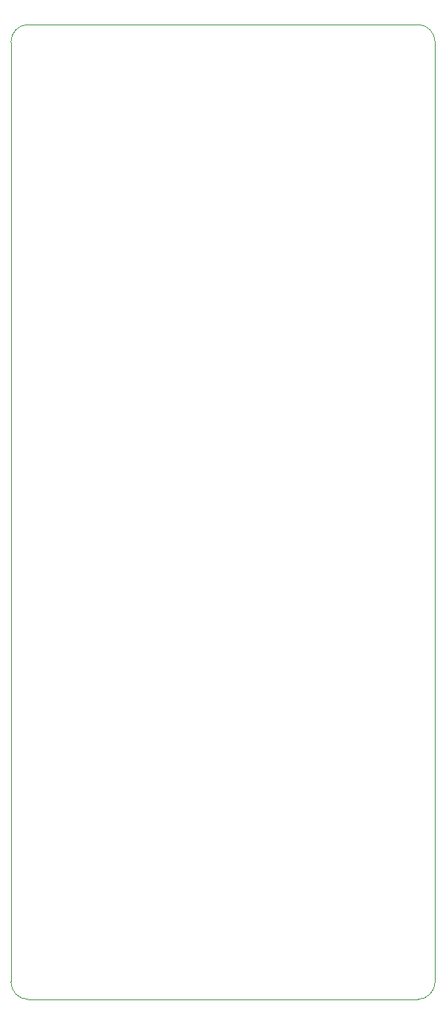
<source format=gbr>
%TF.GenerationSoftware,KiCad,Pcbnew,5.1.9*%
%TF.CreationDate,2021-02-07T10:12:46+01:00*%
%TF.ProjectId,afterglow_replay,61667465-7267-46c6-9f77-5f7265706c61,rev?*%
%TF.SameCoordinates,Original*%
%TF.FileFunction,Profile,NP*%
%FSLAX46Y46*%
G04 Gerber Fmt 4.6, Leading zero omitted, Abs format (unit mm)*
G04 Created by KiCad (PCBNEW 5.1.9) date 2021-02-07 10:12:46*
%MOMM*%
%LPD*%
G01*
G04 APERTURE LIST*
%TA.AperFunction,Profile*%
%ADD10C,0.050000*%
%TD*%
G04 APERTURE END LIST*
D10*
X157400000Y-152000000D02*
G75*
G02*
X155400000Y-154000000I-2000000J0D01*
G01*
X157400000Y-152000000D02*
X157400000Y-45000000D01*
X111000000Y-154000000D02*
X155400000Y-154000000D01*
X109000000Y-152000000D02*
X109000000Y-45000000D01*
X155400000Y-43000000D02*
X111000000Y-43000000D01*
X111000000Y-154000000D02*
G75*
G02*
X109000000Y-152000000I0J2000000D01*
G01*
X109000000Y-45000000D02*
G75*
G02*
X111000000Y-43000000I2000000J0D01*
G01*
X155400000Y-43000000D02*
G75*
G02*
X157400000Y-45000000I0J-2000000D01*
G01*
M02*

</source>
